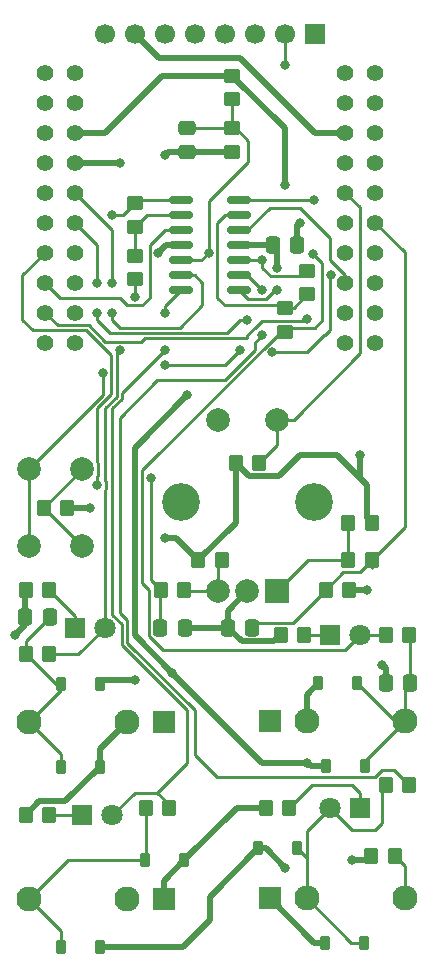
<source format=gtl>
G04 #@! TF.GenerationSoftware,KiCad,Pcbnew,7.0.5-0*
G04 #@! TF.CreationDate,2024-02-27T22:34:33-05:00*
G04 #@! TF.ProjectId,Grand_central_pcb_simple,4772616e-645f-4636-956e-7472616c5f70,rev?*
G04 #@! TF.SameCoordinates,Original*
G04 #@! TF.FileFunction,Copper,L1,Top*
G04 #@! TF.FilePolarity,Positive*
%FSLAX46Y46*%
G04 Gerber Fmt 4.6, Leading zero omitted, Abs format (unit mm)*
G04 Created by KiCad (PCBNEW 7.0.5-0) date 2024-02-27 22:34:33*
%MOMM*%
%LPD*%
G01*
G04 APERTURE LIST*
G04 Aperture macros list*
%AMRoundRect*
0 Rectangle with rounded corners*
0 $1 Rounding radius*
0 $2 $3 $4 $5 $6 $7 $8 $9 X,Y pos of 4 corners*
0 Add a 4 corners polygon primitive as box body*
4,1,4,$2,$3,$4,$5,$6,$7,$8,$9,$2,$3,0*
0 Add four circle primitives for the rounded corners*
1,1,$1+$1,$2,$3*
1,1,$1+$1,$4,$5*
1,1,$1+$1,$6,$7*
1,1,$1+$1,$8,$9*
0 Add four rect primitives between the rounded corners*
20,1,$1+$1,$2,$3,$4,$5,0*
20,1,$1+$1,$4,$5,$6,$7,0*
20,1,$1+$1,$6,$7,$8,$9,0*
20,1,$1+$1,$8,$9,$2,$3,0*%
G04 Aperture macros list end*
G04 #@! TA.AperFunction,SMDPad,CuDef*
%ADD10RoundRect,0.225000X-0.225000X-0.375000X0.225000X-0.375000X0.225000X0.375000X-0.225000X0.375000X0*%
G04 #@! TD*
G04 #@! TA.AperFunction,SMDPad,CuDef*
%ADD11RoundRect,0.150000X0.825000X0.150000X-0.825000X0.150000X-0.825000X-0.150000X0.825000X-0.150000X0*%
G04 #@! TD*
G04 #@! TA.AperFunction,SMDPad,CuDef*
%ADD12RoundRect,0.250000X-0.337500X-0.475000X0.337500X-0.475000X0.337500X0.475000X-0.337500X0.475000X0*%
G04 #@! TD*
G04 #@! TA.AperFunction,SMDPad,CuDef*
%ADD13RoundRect,0.250000X-0.350000X-0.450000X0.350000X-0.450000X0.350000X0.450000X-0.350000X0.450000X0*%
G04 #@! TD*
G04 #@! TA.AperFunction,ComponentPad*
%ADD14C,1.800000*%
G04 #@! TD*
G04 #@! TA.AperFunction,ComponentPad*
%ADD15R,1.800000X1.800000*%
G04 #@! TD*
G04 #@! TA.AperFunction,SMDPad,CuDef*
%ADD16RoundRect,0.250000X0.337500X0.475000X-0.337500X0.475000X-0.337500X-0.475000X0.337500X-0.475000X0*%
G04 #@! TD*
G04 #@! TA.AperFunction,SMDPad,CuDef*
%ADD17RoundRect,0.250000X-0.450000X0.350000X-0.450000X-0.350000X0.450000X-0.350000X0.450000X0.350000X0*%
G04 #@! TD*
G04 #@! TA.AperFunction,SMDPad,CuDef*
%ADD18RoundRect,0.225000X0.225000X0.375000X-0.225000X0.375000X-0.225000X-0.375000X0.225000X-0.375000X0*%
G04 #@! TD*
G04 #@! TA.AperFunction,SMDPad,CuDef*
%ADD19RoundRect,0.250000X0.350000X0.450000X-0.350000X0.450000X-0.350000X-0.450000X0.350000X-0.450000X0*%
G04 #@! TD*
G04 #@! TA.AperFunction,SMDPad,CuDef*
%ADD20RoundRect,0.250000X0.450000X-0.350000X0.450000X0.350000X-0.450000X0.350000X-0.450000X-0.350000X0*%
G04 #@! TD*
G04 #@! TA.AperFunction,ComponentPad*
%ADD21C,1.400000*%
G04 #@! TD*
G04 #@! TA.AperFunction,SMDPad,CuDef*
%ADD22RoundRect,0.250000X-0.475000X0.337500X-0.475000X-0.337500X0.475000X-0.337500X0.475000X0.337500X0*%
G04 #@! TD*
G04 #@! TA.AperFunction,ComponentPad*
%ADD23C,2.130000*%
G04 #@! TD*
G04 #@! TA.AperFunction,ComponentPad*
%ADD24R,1.830000X1.930000*%
G04 #@! TD*
G04 #@! TA.AperFunction,ComponentPad*
%ADD25C,2.000000*%
G04 #@! TD*
G04 #@! TA.AperFunction,ComponentPad*
%ADD26R,2.000000X2.000000*%
G04 #@! TD*
G04 #@! TA.AperFunction,ComponentPad*
%ADD27C,3.200000*%
G04 #@! TD*
G04 #@! TA.AperFunction,ComponentPad*
%ADD28R,1.700000X1.700000*%
G04 #@! TD*
G04 #@! TA.AperFunction,ComponentPad*
%ADD29C,1.700000*%
G04 #@! TD*
G04 #@! TA.AperFunction,ViaPad*
%ADD30C,0.800000*%
G04 #@! TD*
G04 #@! TA.AperFunction,Conductor*
%ADD31C,0.250000*%
G04 #@! TD*
G04 #@! TA.AperFunction,Conductor*
%ADD32C,0.500000*%
G04 #@! TD*
G04 APERTURE END LIST*
D10*
X250600000Y-91726570D03*
X247300000Y-91726570D03*
D11*
X239965000Y-51435000D03*
X239965000Y-50165000D03*
X239965000Y-48895000D03*
X239965000Y-47625000D03*
X239965000Y-46355000D03*
X239965000Y-45085000D03*
X239965000Y-43815000D03*
X235015000Y-43815000D03*
X235015000Y-45085000D03*
X235015000Y-46355000D03*
X235015000Y-47625000D03*
X235015000Y-48895000D03*
X235015000Y-50165000D03*
X235015000Y-51435000D03*
D12*
X242802500Y-47625000D03*
X244877500Y-47625000D03*
D13*
X242205000Y-95250000D03*
X244205000Y-95250000D03*
X221885000Y-95885000D03*
X223885000Y-95885000D03*
X221885000Y-76835000D03*
X223885000Y-76835000D03*
X243475000Y-80645000D03*
X245475000Y-80645000D03*
D14*
X247655000Y-95250000D03*
D15*
X250195000Y-95250000D03*
X226690000Y-95885000D03*
D14*
X229230000Y-95885000D03*
D15*
X226060000Y-80010000D03*
D14*
X228600000Y-80010000D03*
D15*
X247645000Y-80645000D03*
D14*
X250185000Y-80645000D03*
D13*
X249190000Y-74295000D03*
X251190000Y-74295000D03*
D16*
X252357500Y-84741570D03*
X254432500Y-84741570D03*
D13*
X247285000Y-76835000D03*
X249285000Y-76835000D03*
D17*
X239395000Y-33290000D03*
X239395000Y-35290000D03*
D18*
X246665000Y-84741570D03*
X249965000Y-84741570D03*
D19*
X232045000Y-95250000D03*
X234045000Y-95250000D03*
D10*
X235330000Y-99695000D03*
X232030000Y-99695000D03*
D16*
X223922500Y-79076250D03*
X221847500Y-79076250D03*
D12*
X233277500Y-80010000D03*
X235352500Y-80010000D03*
D16*
X238992500Y-80010000D03*
X241067500Y-80010000D03*
D13*
X223425000Y-69850000D03*
X225425000Y-69850000D03*
D20*
X245745000Y-51800000D03*
X245745000Y-49800000D03*
D19*
X223885000Y-82251250D03*
X221885000Y-82251250D03*
X251190000Y-71120000D03*
X249190000Y-71120000D03*
D21*
X251470000Y-55880000D03*
X248930000Y-55880000D03*
X251470000Y-53340000D03*
X248930000Y-53340000D03*
X251470000Y-50800000D03*
X248930000Y-50800000D03*
X251470000Y-48260000D03*
X248930000Y-48260000D03*
X251470000Y-45720000D03*
X248930000Y-45720000D03*
X251470000Y-43180000D03*
X248930000Y-43180000D03*
X251470000Y-40640000D03*
X248930000Y-40640000D03*
X251470000Y-38100000D03*
X248930000Y-38100000D03*
X251470000Y-35560000D03*
X248930000Y-35560000D03*
X251470000Y-33020000D03*
X248930000Y-33020000D03*
X226070000Y-55880000D03*
X223530000Y-55880000D03*
X226070000Y-53340000D03*
X223530000Y-53340000D03*
X226070000Y-50800000D03*
X223530000Y-50800000D03*
X226070000Y-48260000D03*
X223530000Y-48260000D03*
X226070000Y-45720000D03*
X223530000Y-45720000D03*
X226070000Y-43180000D03*
X223530000Y-43180000D03*
X226070000Y-40640000D03*
X223530000Y-40640000D03*
X226070000Y-38100000D03*
X223530000Y-38100000D03*
X226070000Y-35560000D03*
X223530000Y-35560000D03*
X226070000Y-33020000D03*
X223530000Y-33020000D03*
D17*
X231140000Y-48530000D03*
X231140000Y-50530000D03*
D18*
X224894861Y-84800616D03*
X228194861Y-84800616D03*
D10*
X244885000Y-98711570D03*
X241585000Y-98711570D03*
D17*
X239395000Y-37735000D03*
X239395000Y-39735000D03*
D20*
X231140000Y-46085000D03*
X231140000Y-44085000D03*
D10*
X224894861Y-91785616D03*
X228194861Y-91785616D03*
D13*
X239665000Y-66040000D03*
X241665000Y-66040000D03*
X252365000Y-80645000D03*
X254365000Y-80645000D03*
D19*
X252365000Y-93345000D03*
X254365000Y-93345000D03*
D22*
X235585000Y-37697500D03*
X235585000Y-39772500D03*
D13*
X253125000Y-99346570D03*
X251125000Y-99346570D03*
D17*
X243840000Y-52975000D03*
X243840000Y-54975000D03*
D18*
X224894861Y-107025616D03*
X228194861Y-107025616D03*
D13*
X236490000Y-74295000D03*
X238490000Y-74295000D03*
X233315000Y-76835000D03*
X235315000Y-76835000D03*
D18*
X247270000Y-106680000D03*
X250570000Y-106680000D03*
D23*
X230479861Y-87980616D03*
X222179861Y-87980616D03*
D24*
X233579861Y-87980616D03*
D25*
X226675000Y-73100000D03*
X226675000Y-66600000D03*
X222175000Y-73100000D03*
X222175000Y-66600000D03*
D26*
X243165000Y-76910000D03*
D25*
X238165000Y-76910000D03*
X240665000Y-76910000D03*
D27*
X235065000Y-69410000D03*
X246265000Y-69410000D03*
D25*
X238165000Y-62410000D03*
X243165000Y-62410000D03*
D23*
X245670000Y-87921570D03*
X253970000Y-87921570D03*
D24*
X242570000Y-87921570D03*
D23*
X245670000Y-102921570D03*
D24*
X242570000Y-102921570D03*
D23*
X253970000Y-102921570D03*
D28*
X246380000Y-29715000D03*
D29*
X243840000Y-29715000D03*
X241300000Y-29715000D03*
X238760000Y-29715000D03*
X236220000Y-29715000D03*
X233680000Y-29715000D03*
X231140000Y-29715000D03*
X228600000Y-29715000D03*
D23*
X230479861Y-102980616D03*
X222179861Y-102980616D03*
D24*
X233579861Y-102980616D03*
D30*
X245745000Y-53885500D03*
X229870000Y-40640000D03*
X220980000Y-80645000D03*
X252095000Y-83185000D03*
X250825000Y-76835000D03*
X233134500Y-48260000D03*
X245110000Y-45720000D03*
X233680000Y-40005000D03*
X243840000Y-42545000D03*
X250190000Y-65405000D03*
X243205000Y-49530000D03*
X235585000Y-60325000D03*
X231140000Y-84455000D03*
X234315000Y-83820000D03*
X245745000Y-91440000D03*
X249555000Y-99695000D03*
X243840000Y-100330000D03*
X233680000Y-57785000D03*
X240030000Y-56515000D03*
X242764799Y-56709799D03*
X228421000Y-58420000D03*
X247739500Y-50165000D03*
X233680000Y-72390000D03*
X227330000Y-69850000D03*
X227965000Y-67945000D03*
X232499500Y-67310000D03*
X229870000Y-56515000D03*
X229235000Y-45085000D03*
X233680000Y-53340000D03*
X233680000Y-56515000D03*
X243205000Y-51435000D03*
X241935000Y-55245000D03*
X246202037Y-48348462D03*
X246290500Y-43815000D03*
X241935000Y-51435000D03*
X227965000Y-50800000D03*
X240665000Y-53975000D03*
X227965000Y-53340000D03*
X231140000Y-51980500D03*
X241935000Y-48895000D03*
X237400500Y-48260000D03*
X229235000Y-50800000D03*
X229235000Y-53340000D03*
X243840000Y-32385000D03*
D31*
X250570000Y-106680000D02*
X249428430Y-106680000D01*
X249428430Y-106680000D02*
X245670000Y-102921570D01*
D32*
X247270000Y-106680000D02*
X246328430Y-106680000D01*
X246328430Y-106680000D02*
X242570000Y-102921570D01*
D31*
X254365000Y-93345000D02*
X253095000Y-92075000D01*
X241300000Y-55880000D02*
X241935000Y-55245000D01*
X238066570Y-92651570D02*
X236220000Y-90805000D01*
X253095000Y-92075000D02*
X252021827Y-92075000D01*
X233045000Y-59055000D02*
X238758604Y-59055000D01*
X252021827Y-92075000D02*
X251445257Y-92651570D01*
X230505000Y-79375000D02*
X229870000Y-78740000D01*
X251445257Y-92651570D02*
X238066570Y-92651570D01*
X236220000Y-90805000D02*
X236220000Y-86995000D01*
X229870000Y-78740000D02*
X229870000Y-62230000D01*
X238758604Y-59055000D02*
X241300000Y-56513604D01*
X230505000Y-81280000D02*
X230505000Y-79375000D01*
X236220000Y-86995000D02*
X230505000Y-81280000D01*
X229870000Y-62230000D02*
X233045000Y-59055000D01*
X241300000Y-56513604D02*
X241300000Y-55880000D01*
X235585000Y-91440000D02*
X235585000Y-86996396D01*
X230055000Y-81466396D02*
X230055000Y-79732588D01*
X230055000Y-79732588D02*
X229235000Y-78912588D01*
X230046000Y-60149000D02*
X233680000Y-56515000D01*
X235585000Y-86996396D02*
X230055000Y-81466396D01*
X233045000Y-93980000D02*
X235585000Y-91440000D01*
X229235000Y-78912588D02*
X229235000Y-61449188D01*
X230046000Y-60638188D02*
X230046000Y-60149000D01*
X229235000Y-61449188D02*
X230046000Y-60638188D01*
X245580500Y-54050000D02*
X245745000Y-53885500D01*
X241860000Y-54050000D02*
X245580500Y-54050000D01*
X240665000Y-55510000D02*
X240665000Y-55245000D01*
X241300000Y-54610000D02*
X241860000Y-54050000D01*
X240665000Y-55245000D02*
X241300000Y-54610000D01*
X240030000Y-53975000D02*
X238945000Y-55060000D01*
X240665000Y-53975000D02*
X240030000Y-53975000D01*
X238945000Y-55060000D02*
X229050000Y-55060000D01*
X229050000Y-55060000D02*
X227965000Y-53975000D01*
X227965000Y-53975000D02*
X227965000Y-53340000D01*
X231965000Y-55510000D02*
X240665000Y-55510000D01*
X228690000Y-55790000D02*
X231685000Y-55790000D01*
X223530000Y-53340000D02*
X224595000Y-54405000D01*
X228645198Y-55834802D02*
X228690000Y-55790000D01*
X224595000Y-54405000D02*
X227215396Y-54405000D01*
X231685000Y-55790000D02*
X231965000Y-55510000D01*
X227215396Y-54405000D02*
X228645198Y-55834802D01*
D32*
X226070000Y-40640000D02*
X229870000Y-40640000D01*
X221847500Y-79777500D02*
X220980000Y-80645000D01*
X221847500Y-79076250D02*
X221847500Y-79777500D01*
X221847500Y-79076250D02*
X221847500Y-76872500D01*
X221847500Y-76872500D02*
X221885000Y-76835000D01*
X252357500Y-83447500D02*
X252095000Y-83185000D01*
X252357500Y-84741570D02*
X252357500Y-83447500D01*
X249285000Y-76835000D02*
X250825000Y-76835000D01*
X238992500Y-80010000D02*
X238992500Y-78582500D01*
X238992500Y-78582500D02*
X240665000Y-76910000D01*
X235352500Y-80010000D02*
X238992500Y-80010000D01*
X243475000Y-80645000D02*
X242935000Y-81185000D01*
X242935000Y-81185000D02*
X240167500Y-81185000D01*
X240167500Y-81185000D02*
X238992500Y-80010000D01*
X245670000Y-87921570D02*
X245670000Y-85736570D01*
X245670000Y-85736570D02*
X246665000Y-84741570D01*
X228194861Y-91785616D02*
X228194861Y-90265616D01*
X228194861Y-90265616D02*
X230479861Y-87980616D01*
X221885000Y-95885000D02*
X223035000Y-94735000D01*
X223035000Y-94735000D02*
X225245477Y-94735000D01*
X225245477Y-94735000D02*
X228194861Y-91785616D01*
X242205000Y-95250000D02*
X239775000Y-95250000D01*
X239775000Y-95250000D02*
X235330000Y-99695000D01*
X233579861Y-102980616D02*
X233579861Y-101445139D01*
X233579861Y-101445139D02*
X235330000Y-99695000D01*
X233769500Y-47625000D02*
X233134500Y-48260000D01*
X235015000Y-47625000D02*
X233769500Y-47625000D01*
D31*
X233680000Y-46355000D02*
X232410000Y-47625000D01*
X231775000Y-52705000D02*
X230505000Y-52705000D01*
X232410000Y-52070000D02*
X231775000Y-52705000D01*
X232410000Y-47625000D02*
X232410000Y-52070000D01*
X235015000Y-46355000D02*
X233680000Y-46355000D01*
X230505000Y-52705000D02*
X229870000Y-52070000D01*
X229870000Y-52070000D02*
X224800000Y-52070000D01*
X224800000Y-52070000D02*
X223530000Y-50800000D01*
X231140000Y-51980500D02*
X231140000Y-50530000D01*
D32*
X244877500Y-45952500D02*
X245110000Y-45720000D01*
X244877500Y-47625000D02*
X244877500Y-45952500D01*
D31*
X239965000Y-46355000D02*
X240665000Y-46355000D01*
X247650000Y-46990000D02*
X247650000Y-48895000D01*
X240665000Y-46355000D02*
X242570000Y-44450000D01*
X247650000Y-48895000D02*
X248930000Y-50175000D01*
X242570000Y-44450000D02*
X245110000Y-44450000D01*
X245110000Y-44450000D02*
X247650000Y-46990000D01*
X248930000Y-50175000D02*
X248930000Y-50800000D01*
X246290500Y-43815000D02*
X239965000Y-43815000D01*
D32*
X233912500Y-39772500D02*
X233680000Y-40005000D01*
X235585000Y-39772500D02*
X233912500Y-39772500D01*
D31*
X251465000Y-97150000D02*
X252095000Y-96520000D01*
X249555000Y-97150000D02*
X251465000Y-97150000D01*
X252095000Y-96520000D02*
X252095000Y-93615000D01*
X252095000Y-93615000D02*
X252365000Y-93345000D01*
X227965000Y-67183833D02*
X228000000Y-67148833D01*
X229146000Y-60265396D02*
X229146000Y-56972000D01*
X221615000Y-53975000D02*
X221615000Y-50175000D01*
X228000000Y-67148833D02*
X228000000Y-66051167D01*
X227965000Y-66016167D02*
X227965000Y-61446396D01*
X227965000Y-67945000D02*
X227965000Y-67183833D01*
X228000000Y-66051167D02*
X227965000Y-66016167D01*
X227965000Y-61446396D02*
X229146000Y-60265396D01*
X229146000Y-56972000D02*
X227029000Y-54855000D01*
X222495000Y-54855000D02*
X221615000Y-53975000D01*
X221615000Y-50175000D02*
X223530000Y-48260000D01*
X227029000Y-54855000D02*
X222495000Y-54855000D01*
X239395000Y-37735000D02*
X239665000Y-37735000D01*
X239665000Y-37735000D02*
X240720000Y-38790000D01*
X240720000Y-38790000D02*
X240720000Y-40585000D01*
X240720000Y-40585000D02*
X237400500Y-43904500D01*
X237400500Y-43904500D02*
X237400500Y-48260000D01*
X247165049Y-55275451D02*
X247195500Y-55245000D01*
X247158510Y-55245000D02*
X247195500Y-55245000D01*
X247195500Y-55245000D02*
X247650000Y-54790500D01*
X242764799Y-56709799D02*
X245693711Y-56709799D01*
X245693711Y-56709799D02*
X247158510Y-55245000D01*
X245745000Y-49800000D02*
X245290000Y-50255000D01*
X245290000Y-50255000D02*
X242660000Y-50255000D01*
X242660000Y-50255000D02*
X241935000Y-49530000D01*
X241935000Y-49530000D02*
X241935000Y-48895000D01*
X240690000Y-52160000D02*
X239965000Y-51435000D01*
X243205000Y-51435000D02*
X242960305Y-51435000D01*
X242960305Y-51435000D02*
X242235305Y-52160000D01*
X242235305Y-52160000D02*
X240690000Y-52160000D01*
X243840000Y-52975000D02*
X244570000Y-52975000D01*
X244570000Y-52975000D02*
X245745000Y-51800000D01*
X243840000Y-54975000D02*
X244205000Y-54610000D01*
X246380000Y-54610000D02*
X247015000Y-53975000D01*
X244205000Y-54610000D02*
X246380000Y-54610000D01*
X247015000Y-53975000D02*
X247015000Y-49161425D01*
X247015000Y-49161425D02*
X246202037Y-48348462D01*
X247650000Y-54790500D02*
X247650000Y-50254500D01*
X247650000Y-50254500D02*
X247739500Y-50165000D01*
D32*
X243840000Y-37735000D02*
X243840000Y-42545000D01*
X239395000Y-33290000D02*
X243840000Y-37735000D01*
X248285000Y-65405000D02*
X250190000Y-67310000D01*
X250190000Y-65405000D02*
X250190000Y-67310000D01*
X250190000Y-67310000D02*
X250825000Y-67945000D01*
X234315000Y-83820000D02*
X231140000Y-80645000D01*
X231140000Y-80645000D02*
X231140000Y-64770000D01*
X231140000Y-64770000D02*
X235585000Y-60325000D01*
X243205000Y-49530000D02*
X243205000Y-48027500D01*
X243205000Y-48027500D02*
X242802500Y-47625000D01*
D31*
X248917500Y-81912500D02*
X248915698Y-81914302D01*
X232365000Y-76790000D02*
X231775000Y-76200000D01*
X250185000Y-80645000D02*
X248917500Y-81912500D01*
X248917500Y-81912500D02*
X233554327Y-81912500D01*
X233554327Y-81912500D02*
X232365000Y-80723173D01*
X231775000Y-76200000D02*
X231775000Y-75565000D01*
X232365000Y-80723173D02*
X232365000Y-76790000D01*
X228600000Y-68335305D02*
X228690000Y-68245305D01*
X228690000Y-68245305D02*
X228690000Y-67644695D01*
X228690000Y-67644695D02*
X228600000Y-67554695D01*
X228600000Y-67554695D02*
X228600000Y-61447792D01*
X228600000Y-80010000D02*
X228600000Y-68335305D01*
X229596000Y-56789000D02*
X229870000Y-56515000D01*
X228600000Y-61447792D02*
X229596000Y-60451792D01*
X229596000Y-60451792D02*
X229596000Y-56789000D01*
D32*
X225425000Y-69850000D02*
X227330000Y-69850000D01*
X231140000Y-84455000D02*
X228540477Y-84455000D01*
X245745000Y-91440000D02*
X241935000Y-91440000D01*
X241935000Y-91440000D02*
X234315000Y-83820000D01*
X228540477Y-84455000D02*
X228194861Y-84800616D01*
X246031570Y-91726570D02*
X245745000Y-91440000D01*
X247300000Y-91726570D02*
X246031570Y-91726570D01*
X249555000Y-99695000D02*
X250776570Y-99695000D01*
X250776570Y-99695000D02*
X251125000Y-99346570D01*
X241585000Y-98711570D02*
X242221570Y-98711570D01*
X242221570Y-98711570D02*
X243840000Y-100330000D01*
D31*
X228421000Y-60354000D02*
X228421000Y-58420000D01*
X238760000Y-57785000D02*
X240030000Y-56515000D01*
X222175000Y-66600000D02*
X228421000Y-60354000D01*
X233680000Y-57785000D02*
X238760000Y-57785000D01*
X226675000Y-73100000D02*
X223425000Y-69850000D01*
X222175000Y-73100000D02*
X222175000Y-66600000D01*
D32*
X239665000Y-66040000D02*
X240815000Y-67190000D01*
X250825000Y-67945000D02*
X250825000Y-70755000D01*
X243325000Y-67190000D02*
X245110000Y-65405000D01*
X245110000Y-65405000D02*
X248285000Y-65405000D01*
X240815000Y-67190000D02*
X243325000Y-67190000D01*
X250825000Y-70755000D02*
X251190000Y-71120000D01*
X233680000Y-72390000D02*
X234585000Y-72390000D01*
X234585000Y-72390000D02*
X236490000Y-74295000D01*
D31*
X251190000Y-74295000D02*
X254000000Y-71485000D01*
X254000000Y-48250000D02*
X251470000Y-45720000D01*
X254000000Y-71485000D02*
X254000000Y-48250000D01*
X233315000Y-76835000D02*
X232499500Y-76019500D01*
X232499500Y-76019500D02*
X232499500Y-67310000D01*
X243165000Y-62410000D02*
X244579213Y-62410000D01*
X250190000Y-56799213D02*
X250190000Y-44440000D01*
X244579213Y-62410000D02*
X250190000Y-56799213D01*
X250190000Y-44440000D02*
X248930000Y-43180000D01*
X229235000Y-45085000D02*
X230140000Y-45085000D01*
X230140000Y-45085000D02*
X231140000Y-44085000D01*
X233680000Y-52770000D02*
X235015000Y-51435000D01*
X233680000Y-53340000D02*
X233680000Y-52770000D01*
X231775698Y-75565698D02*
X231775000Y-75565000D01*
X231775000Y-75565000D02*
X231775000Y-66675000D01*
X231775000Y-66675000D02*
X243475000Y-54975000D01*
X243475000Y-54975000D02*
X243840000Y-54975000D01*
X226060000Y-80010000D02*
X226060000Y-79010000D01*
X226060000Y-79010000D02*
X223885000Y-76835000D01*
X221885000Y-82251250D02*
X221885000Y-81113750D01*
X221885000Y-81113750D02*
X223922500Y-79076250D01*
X223885000Y-82251250D02*
X226358750Y-82251250D01*
X226358750Y-82251250D02*
X228600000Y-80010000D01*
X224894861Y-84800616D02*
X224434366Y-84800616D01*
X224434366Y-84800616D02*
X221885000Y-82251250D01*
X222179861Y-87980616D02*
X224894861Y-85265616D01*
X224894861Y-85265616D02*
X224894861Y-84800616D01*
D32*
X235239384Y-107025616D02*
X237490000Y-104775000D01*
X228194861Y-107025616D02*
X235239384Y-107025616D01*
X237490000Y-104775000D02*
X237490000Y-102806570D01*
X237490000Y-102806570D02*
X241585000Y-98711570D01*
D31*
X243840000Y-54975000D02*
X244205000Y-54975000D01*
X239965000Y-50165000D02*
X240665000Y-50165000D01*
X227965000Y-47615000D02*
X226070000Y-45720000D01*
X240665000Y-50165000D02*
X241935000Y-51435000D01*
X227965000Y-50800000D02*
X227965000Y-47615000D01*
X235015000Y-48895000D02*
X236765500Y-48895000D01*
X236765500Y-48895000D02*
X237400500Y-48260000D01*
X241935000Y-48895000D02*
X239965000Y-48895000D01*
X238125000Y-52070000D02*
X238760000Y-52705000D01*
X238125000Y-45720000D02*
X238125000Y-52070000D01*
X239965000Y-45085000D02*
X238760000Y-45085000D01*
X238760000Y-45085000D02*
X238125000Y-45720000D01*
X238760000Y-52705000D02*
X243570000Y-52705000D01*
X243570000Y-52705000D02*
X243840000Y-52975000D01*
D32*
X239965000Y-47625000D02*
X242802500Y-47625000D01*
D31*
X236855000Y-52705000D02*
X234950000Y-54610000D01*
X229870000Y-54610000D02*
X229235000Y-53975000D01*
X229235000Y-50800000D02*
X229235000Y-46345000D01*
X236220000Y-50165000D02*
X236855000Y-50800000D01*
X235015000Y-50165000D02*
X236220000Y-50165000D01*
X234950000Y-54610000D02*
X229870000Y-54610000D01*
X236855000Y-50800000D02*
X236855000Y-52705000D01*
X229235000Y-53975000D02*
X229235000Y-53340000D01*
X229235000Y-46345000D02*
X226070000Y-43180000D01*
X234380000Y-45085000D02*
X232140000Y-45085000D01*
X232140000Y-45085000D02*
X231140000Y-46085000D01*
X234380000Y-43815000D02*
X231410000Y-43815000D01*
X231410000Y-43815000D02*
X231140000Y-44085000D01*
X241067500Y-80010000D02*
X241457500Y-79620000D01*
X241457500Y-79620000D02*
X244500000Y-79620000D01*
X244500000Y-79620000D02*
X247285000Y-76835000D01*
X247285000Y-76835000D02*
X248800000Y-75320000D01*
X248800000Y-75320000D02*
X250165000Y-75320000D01*
X250165000Y-75320000D02*
X251190000Y-74295000D01*
X243165000Y-76910000D02*
X245780000Y-74295000D01*
X245780000Y-74295000D02*
X249190000Y-74295000D01*
X247645000Y-80645000D02*
X245475000Y-80645000D01*
X252365000Y-80645000D02*
X250185000Y-80645000D01*
X249965000Y-84741570D02*
X253145000Y-87921570D01*
X253145000Y-87921570D02*
X253970000Y-87921570D01*
X254432500Y-84741570D02*
X254432500Y-80712500D01*
X254432500Y-80712500D02*
X254365000Y-80645000D01*
X254432500Y-84741570D02*
X253970000Y-85204070D01*
X253970000Y-85204070D02*
X253970000Y-87921570D01*
X250600000Y-91726570D02*
X250600000Y-91291570D01*
X250600000Y-91291570D02*
X253970000Y-87921570D01*
X246110000Y-93345000D02*
X249555000Y-93345000D01*
X244205000Y-95250000D02*
X246110000Y-93345000D01*
X249555000Y-93345000D02*
X250195000Y-93985000D01*
X250195000Y-93985000D02*
X250195000Y-95250000D01*
X245670000Y-99496570D02*
X245670000Y-97235000D01*
X245670000Y-97235000D02*
X247655000Y-95250000D01*
X249555000Y-97150000D02*
X247655000Y-95250000D01*
X224894861Y-91785616D02*
X224894861Y-90695616D01*
X224894861Y-90695616D02*
X222179861Y-87980616D01*
X223885000Y-95885000D02*
X226690000Y-95885000D01*
X234045000Y-95250000D02*
X234045000Y-94980000D01*
X234045000Y-94980000D02*
X233045000Y-93980000D01*
X231135000Y-93980000D02*
X233045000Y-93980000D01*
X229230000Y-95885000D02*
X231135000Y-93980000D01*
X232045000Y-95250000D02*
X232045000Y-99680000D01*
X232045000Y-99680000D02*
X232030000Y-99695000D01*
X232030000Y-99695000D02*
X225465477Y-99695000D01*
X225465477Y-99695000D02*
X222179861Y-102980616D01*
X241665000Y-66040000D02*
X243165000Y-64540000D01*
X243165000Y-64540000D02*
X243165000Y-62410000D01*
D32*
X236490000Y-74295000D02*
X239665000Y-71120000D01*
X239665000Y-71120000D02*
X239665000Y-66040000D01*
D31*
X223425000Y-69850000D02*
X226675000Y-66600000D01*
X223922500Y-82213750D02*
X223885000Y-82251250D01*
X223775000Y-82361250D02*
X223885000Y-82251250D01*
X233277500Y-80010000D02*
X233277500Y-76872500D01*
X233277500Y-76872500D02*
X233315000Y-76835000D01*
X238490000Y-74295000D02*
X238165000Y-74620000D01*
X238165000Y-74620000D02*
X238165000Y-76910000D01*
X238165000Y-76910000D02*
X235390000Y-76910000D01*
X235390000Y-76910000D02*
X235315000Y-76835000D01*
X249190000Y-74295000D02*
X249190000Y-71120000D01*
X249115000Y-74370000D02*
X249190000Y-74295000D01*
X251190000Y-74967500D02*
X251190000Y-74295000D01*
X244885000Y-98711570D02*
X245670000Y-99496570D01*
X245670000Y-99496570D02*
X245670000Y-102921570D01*
X253970000Y-102921570D02*
X253970000Y-100191570D01*
X253970000Y-100191570D02*
X253125000Y-99346570D01*
X224894861Y-107025616D02*
X224894861Y-105695616D01*
X224894861Y-105695616D02*
X222179861Y-102980616D01*
X239357500Y-37697500D02*
X239395000Y-37735000D01*
X235585000Y-37697500D02*
X239357500Y-37697500D01*
X239395000Y-37735000D02*
X239395000Y-35290000D01*
D32*
X235585000Y-39772500D02*
X239357500Y-39772500D01*
X239357500Y-39772500D02*
X239395000Y-39735000D01*
X233410000Y-33290000D02*
X228600000Y-38100000D01*
X228600000Y-38100000D02*
X226070000Y-38100000D01*
X239395000Y-33290000D02*
X233410000Y-33290000D01*
D31*
X243840000Y-32385000D02*
X243840000Y-29715000D01*
D32*
X246380000Y-38100000D02*
X248930000Y-38100000D01*
X233175000Y-31750000D02*
X240030000Y-31750000D01*
X240030000Y-31750000D02*
X246380000Y-38100000D01*
X231140000Y-29715000D02*
X233175000Y-31750000D01*
D31*
X231140000Y-46085000D02*
X231140000Y-48530000D01*
M02*

</source>
